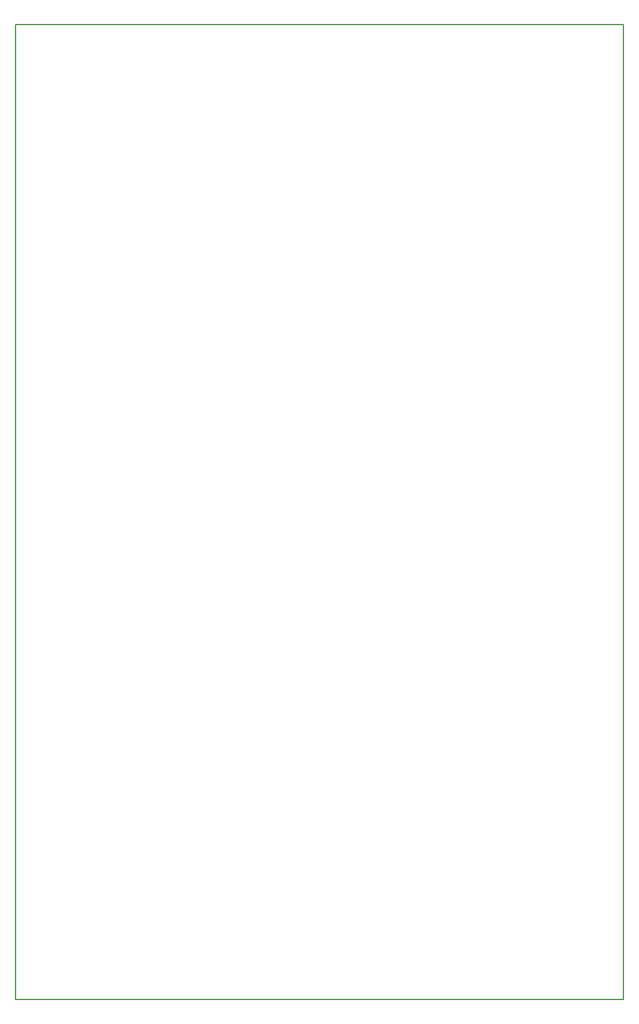
<source format=gbr>
G04 EasyPC Gerber Version 20.0.2 Build 4112 *
G04 #@! TF.Part,Single*
%FSLAX35Y35*%
%MOIN*%
%ADD12C,0.00500*%
X0Y0D02*
D02*
D12*
X12250Y250D02*
X350750D01*
Y542750*
X12250*
Y250*
X0Y0D02*
M02*

</source>
